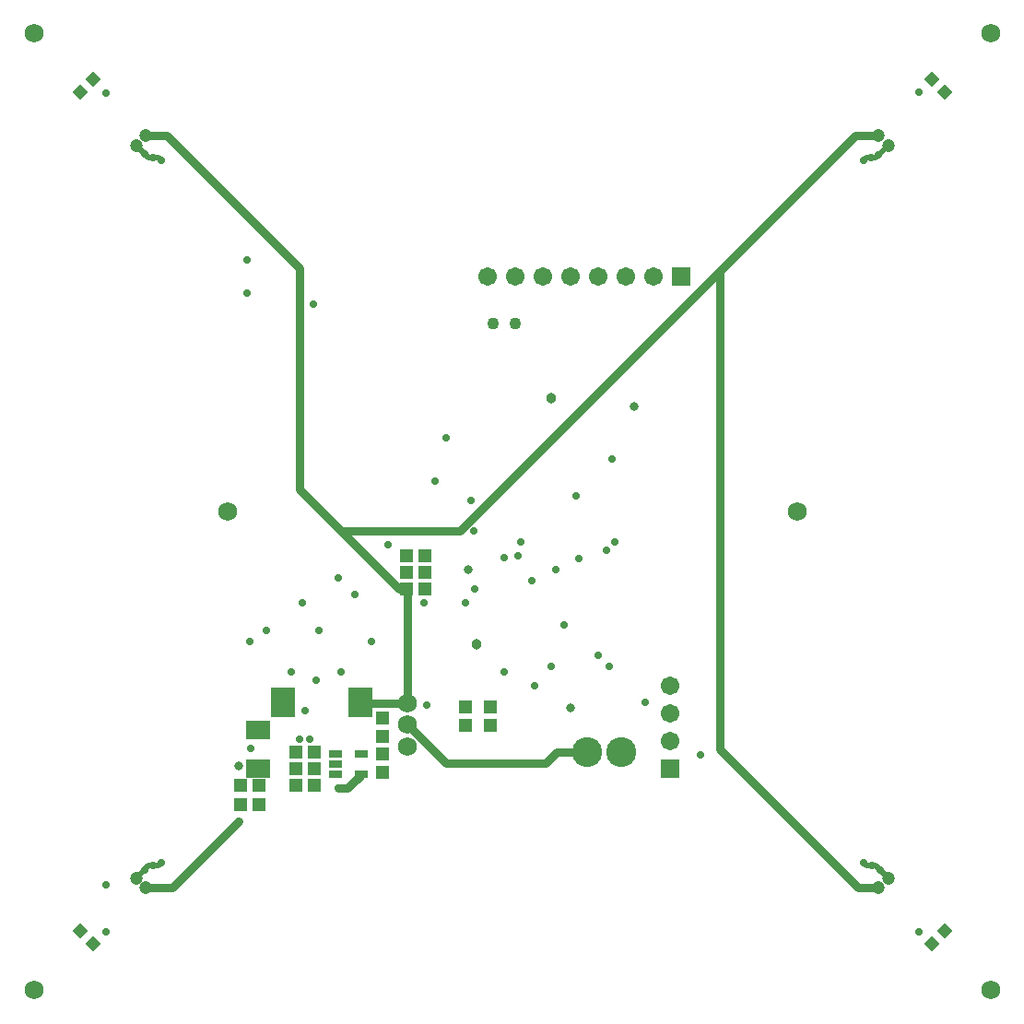
<source format=gbs>
G04 Layer_Color=16711935*
%FSLAX25Y25*%
%MOIN*%
G70*
G01*
G75*
%ADD31C,0.02000*%
%ADD33C,0.03000*%
%ADD60R,0.04737X0.05131*%
%ADD63R,0.04737X0.02769*%
%ADD73R,0.05131X0.04737*%
%ADD74P,0.05586X4X360.0*%
%ADD75P,0.05586X4X270.0*%
%ADD77C,0.04737*%
%ADD78R,0.06706X0.06706*%
%ADD79C,0.06706*%
%ADD80R,0.06706X0.06706*%
%ADD81C,0.06800*%
%ADD82C,0.06800*%
%ADD83C,0.10800*%
%ADD84C,0.02800*%
%ADD85C,0.03300*%
%ADD86C,0.04300*%
%ADD87C,0.03800*%
%ADD88R,0.08674X0.10642*%
%ADD89R,0.08674X0.06706*%
D31*
X127000Y-127000D02*
X128000Y-128000D01*
X131460D01*
X135980Y-132520D01*
X-128000Y-128000D02*
X-127000Y-127000D01*
X-131460Y-128000D02*
X-128000D01*
X-135980Y-132520D02*
X-131460Y-128000D01*
X127000Y127000D02*
X128000Y128000D01*
X131460D01*
X135980Y132520D01*
X-128000Y128000D02*
X-127000Y127000D01*
X-131460Y128000D02*
X-128000D01*
X-135980Y132520D02*
X-131460Y128000D01*
D33*
X-105000Y-118000D02*
X-99000Y-112000D01*
X-59551Y-100000D02*
X-55000Y-95449D01*
X-63000Y-100000D02*
X-59551D01*
X-55000Y-95449D01*
X-63000Y-100000D02*
X-59551D01*
X-54551Y-95000D01*
X-123000Y-136000D02*
X-105000Y-118000D01*
X-132500Y-136000D02*
X-123000D01*
X125000D02*
X132500D01*
X75000Y-86000D02*
X125000Y-136000D01*
X75000Y-86000D02*
Y87000D01*
X-50874Y-69126D02*
X-38000D01*
Y-69000D01*
X-51874Y-69126D02*
X-38000D01*
Y-69126D02*
Y-28000D01*
X-77000Y8000D02*
Y64000D01*
Y8000D02*
X-41000Y-28000D01*
X-38000D01*
X-62000Y-7000D02*
X-19000D01*
X124000Y136000D01*
X132500D01*
X-132500D02*
X-125000D01*
X-77000Y88000D01*
Y64000D02*
Y88000D01*
X16000Y-87000D02*
X27000D01*
X12000Y-91000D02*
X16000Y-87000D01*
X-24000Y-91000D02*
X12000D01*
X-38000Y-77000D02*
X-24000Y-91000D01*
D60*
X-8000Y-70653D02*
D03*
Y-77346D02*
D03*
X-17000Y-77346D02*
D03*
Y-70653D02*
D03*
X-47000Y-94346D02*
D03*
Y-87653D02*
D03*
Y-74654D02*
D03*
Y-81346D02*
D03*
D63*
X-54551Y-87520D02*
D03*
Y-95000D02*
D03*
X-64000Y-91260D02*
D03*
Y-95000D02*
D03*
Y-87520D02*
D03*
D73*
X-31653Y-22000D02*
D03*
X-38346D02*
D03*
Y-16000D02*
D03*
X-31653D02*
D03*
X-38346Y-28000D02*
D03*
X-31654D02*
D03*
X-71653Y-99000D02*
D03*
X-78347D02*
D03*
X-71653Y-93000D02*
D03*
X-78347D02*
D03*
Y-87000D02*
D03*
X-71653D02*
D03*
X-91654Y-99000D02*
D03*
X-98347D02*
D03*
X-91654Y-106000D02*
D03*
X-98347D02*
D03*
D74*
X156366Y151634D02*
D03*
X151634Y156366D02*
D03*
X-156366Y-151634D02*
D03*
X-151634Y-156366D02*
D03*
D75*
X156366Y-151634D02*
D03*
X151634Y-156366D02*
D03*
X-156366Y151634D02*
D03*
X-151634Y156366D02*
D03*
D77*
X135980Y-132520D02*
D03*
X132500Y-136000D02*
D03*
X-135980Y-132520D02*
D03*
X-132500Y-136000D02*
D03*
X135980Y132520D02*
D03*
X132500Y136000D02*
D03*
X-135980Y132520D02*
D03*
X-132500Y136000D02*
D03*
D78*
X61000Y85000D02*
D03*
D79*
X51000D02*
D03*
X41000D02*
D03*
X31000D02*
D03*
X21000D02*
D03*
X11000D02*
D03*
X1000D02*
D03*
X-9000D02*
D03*
X57000Y-63000D02*
D03*
Y-73000D02*
D03*
Y-83000D02*
D03*
D80*
Y-93000D02*
D03*
D81*
X-38000Y-84874D02*
D03*
Y-77000D02*
D03*
Y-69126D02*
D03*
D82*
X103000Y0D02*
D03*
X-103000D02*
D03*
X-173000Y173000D02*
D03*
X173000D02*
D03*
X-173000Y-173000D02*
D03*
X173000D02*
D03*
D83*
X27000Y-87000D02*
D03*
X39500D02*
D03*
D84*
X127000Y-127000D02*
D03*
X130000Y-128000D02*
D03*
X133000Y-129540D02*
D03*
X-127000Y-127000D02*
D03*
X-130000Y-128000D02*
D03*
X-133000Y-129540D02*
D03*
X127000Y127000D02*
D03*
X129730Y128000D02*
D03*
X132460Y129000D02*
D03*
X-130000Y128000D02*
D03*
X-127000Y127000D02*
D03*
X-133000Y129540D02*
D03*
X-59551Y-100000D02*
D03*
X-63000D02*
D03*
X-57051Y-97500D02*
D03*
X-105000Y-118000D02*
D03*
X-102000Y-115000D02*
D03*
X-99000Y-112000D02*
D03*
X36000Y19000D02*
D03*
X68000Y-88000D02*
D03*
X18689Y-41000D02*
D03*
X-147000Y-135000D02*
D03*
X3000Y-11000D02*
D03*
X37000D02*
D03*
X31200Y-51800D02*
D03*
X24000Y-17000D02*
D03*
X-51000Y-47000D02*
D03*
X-13528Y-28000D02*
D03*
X-62000Y-58000D02*
D03*
X8000Y-63000D02*
D03*
X-75000Y-72000D02*
D03*
X-8000Y-70000D02*
D03*
X-17000Y-71000D02*
D03*
Y-77480D02*
D03*
X-94480Y-85480D02*
D03*
X2000Y-16000D02*
D03*
X-73347Y-82346D02*
D03*
X-31000Y-70000D02*
D03*
X147000Y151800D02*
D03*
X23000Y5744D02*
D03*
X-147000Y151500D02*
D03*
Y-151733D02*
D03*
X147000Y-152000D02*
D03*
X-24000Y26744D02*
D03*
X-72000Y75000D02*
D03*
X-63000Y-24000D02*
D03*
X-28000Y11000D02*
D03*
X-77000Y-82346D02*
D03*
X-71000Y-61000D02*
D03*
X-80000Y-58000D02*
D03*
X-17000Y-33000D02*
D03*
X-32000D02*
D03*
X-76000D02*
D03*
X-96000Y79000D02*
D03*
Y91267D02*
D03*
X-3000Y-16527D02*
D03*
X-45000Y-12000D02*
D03*
X-70000Y-43000D02*
D03*
X-57000Y-30000D02*
D03*
X-89000Y-43000D02*
D03*
X-95000Y-47000D02*
D03*
X48000Y-69000D02*
D03*
X35000Y-56000D02*
D03*
X14000D02*
D03*
X7000Y-25000D02*
D03*
X-3000Y-58000D02*
D03*
X15744Y-21000D02*
D03*
X34000Y-14000D02*
D03*
X-38000Y-16000D02*
D03*
X-14000Y-7000D02*
D03*
X-15000Y4000D02*
D03*
D85*
X21000Y-71000D02*
D03*
X-16000Y-21000D02*
D03*
X44000Y38000D02*
D03*
X-99000Y-92000D02*
D03*
D86*
X-7000Y68000D02*
D03*
X1000D02*
D03*
D87*
X-13000Y-48000D02*
D03*
X14000Y41000D02*
D03*
D88*
X-55000Y-69000D02*
D03*
X-83000D02*
D03*
D89*
X-92000Y-79000D02*
D03*
Y-92779D02*
D03*
M02*

</source>
